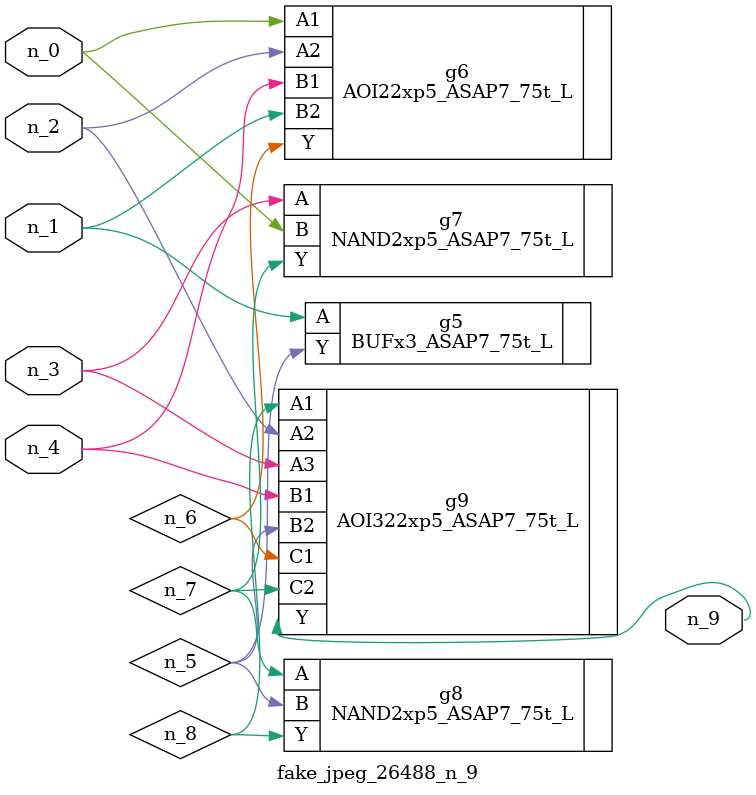
<source format=v>
module fake_jpeg_26488_n_9 (n_3, n_2, n_1, n_0, n_4, n_9);

input n_3;
input n_2;
input n_1;
input n_0;
input n_4;

output n_9;

wire n_8;
wire n_6;
wire n_5;
wire n_7;

BUFx3_ASAP7_75t_L g5 ( 
.A(n_1),
.Y(n_5)
);

AOI22xp5_ASAP7_75t_L g6 ( 
.A1(n_0),
.A2(n_2),
.B1(n_4),
.B2(n_1),
.Y(n_6)
);

NAND2xp5_ASAP7_75t_L g7 ( 
.A(n_3),
.B(n_0),
.Y(n_7)
);

NAND2xp5_ASAP7_75t_L g8 ( 
.A(n_7),
.B(n_5),
.Y(n_8)
);

AOI322xp5_ASAP7_75t_L g9 ( 
.A1(n_8),
.A2(n_2),
.A3(n_3),
.B1(n_4),
.B2(n_5),
.C1(n_6),
.C2(n_7),
.Y(n_9)
);


endmodule
</source>
